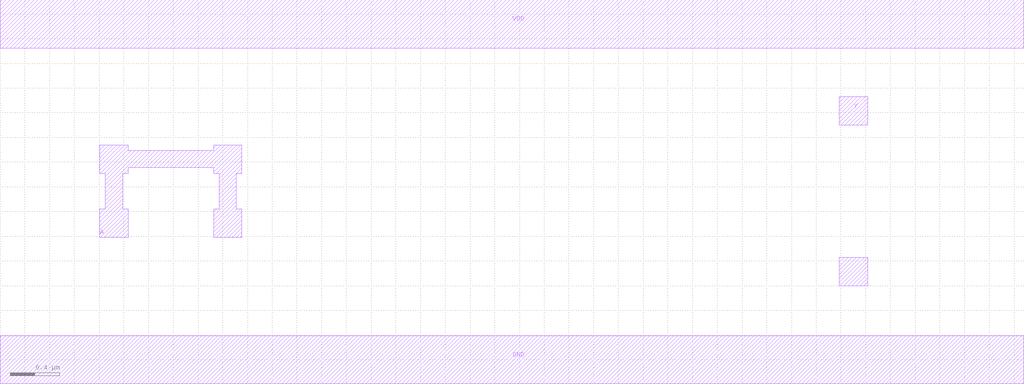
<source format=lef>
MACRO CLKBUF1
 CLASS CORE ;
 ORIGIN 0 0 ;
 FOREIGN CLKBUF1 0 0 ;
 SITE CORE ;
 SYMMETRY X Y R90 ;
  PIN VDD
   DIRECTION INOUT ;
   USE SIGNAL ;
   SHAPE ABUTMENT ;
    PORT
     CLASS CORE ;
       LAYER metal2 ;
        RECT 0.00000000 2.52500000 8.28000000 2.91500000 ;
    END
  END VDD

  PIN GND
   DIRECTION INOUT ;
   USE SIGNAL ;
   SHAPE ABUTMENT ;
    PORT
     CLASS CORE ;
       LAYER metal2 ;
        RECT 0.00000000 -0.19500000 8.28000000 0.19500000 ;
    END
  END GND

  PIN Y
   DIRECTION INOUT ;
   USE SIGNAL ;
   SHAPE ABUTMENT ;
    PORT
     CLASS CORE ;
       LAYER metal2 ;
        RECT 6.78500000 0.60000000 7.01500000 0.83000000 ;
       LAYER metal2 ;
        RECT 6.78500000 1.90000000 7.01500000 2.13000000 ;
    END
  END Y

  PIN A
   DIRECTION INOUT ;
   USE SIGNAL ;
   SHAPE ABUTMENT ;
    PORT
     CLASS CORE ;
       LAYER metal2 ;
        POLYGON 0.80500000 0.99000000 0.80500000 1.22000000 0.85000000 1.22000000 0.85000000 1.51000000 0.80500000 1.51000000 0.80500000 1.74000000 1.03500000 1.74000000 1.03500000 1.69500000 1.72500000 1.69500000 1.72500000 1.74000000 1.95500000 1.74000000 1.95500000 1.51000000 1.91000000 1.51000000 1.91000000 1.22000000 1.95500000 1.22000000 1.95500000 0.99000000 1.72500000 0.99000000 1.72500000 1.22000000 1.77000000 1.22000000 1.77000000 1.51000000 1.72500000 1.51000000 1.72500000 1.55500000 1.03500000 1.55500000 1.03500000 1.51000000 0.99000000 1.51000000 0.99000000 1.22000000 1.03500000 1.22000000 1.03500000 0.99000000 ;
    END
  END A


END CLKBUF1

</source>
